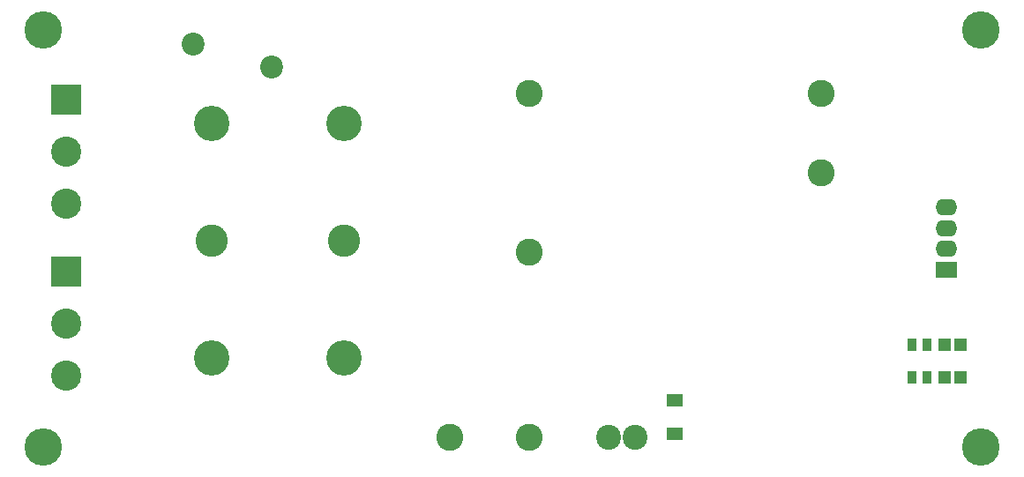
<source format=gts>
G04 #@! TF.FileFunction,Soldermask,Top*
%FSLAX46Y46*%
G04 Gerber Fmt 4.6, Leading zero omitted, Abs format (unit mm)*
G04 Created by KiCad (PCBNEW (2015-12-10 BZR 6367)-product) date Sun 25 Sep 2016 01:16:33 BST*
%MOMM*%
G01*
G04 APERTURE LIST*
%ADD10C,0.100000*%
%ADD11R,1.620000X1.310000*%
%ADD12R,1.197560X1.197560*%
%ADD13C,3.400000*%
%ADD14C,3.100000*%
%ADD15C,2.400000*%
%ADD16C,2.600000*%
%ADD17C,2.900000*%
%ADD18R,2.900000X2.900000*%
%ADD19R,2.099260X1.598880*%
%ADD20O,2.099260X1.598880*%
%ADD21R,0.900000X1.300000*%
%ADD22C,2.200000*%
%ADD23C,3.600000*%
G04 APERTURE END LIST*
D10*
D11*
X105410000Y-80280000D03*
X105410000Y-83550000D03*
D12*
X131330700Y-78105000D03*
X132829300Y-78105000D03*
X131330700Y-74930000D03*
X132829300Y-74930000D03*
D13*
X60960000Y-76200000D03*
X60960000Y-53700000D03*
D14*
X60960000Y-64950000D03*
D13*
X73660000Y-76200000D03*
X73660000Y-53700000D03*
D14*
X73660000Y-64950000D03*
D15*
X101600000Y-83820000D03*
X99060000Y-83820000D03*
D16*
X91440000Y-83820000D03*
X83820000Y-83820000D03*
D17*
X46990000Y-61435000D03*
D18*
X46990000Y-51435000D03*
D17*
X46990000Y-56435000D03*
X46990000Y-77945000D03*
D18*
X46990000Y-67945000D03*
D17*
X46990000Y-72945000D03*
D19*
X131445000Y-67772280D03*
D20*
X131445000Y-63769240D03*
X131445000Y-65770760D03*
X131445000Y-61770260D03*
D21*
X128155000Y-78105000D03*
X129655000Y-78105000D03*
X128155000Y-74930000D03*
X129655000Y-74930000D03*
D16*
X91440000Y-66040000D03*
X91440000Y-50800000D03*
X119440000Y-50800000D03*
X119440000Y-58420000D03*
D22*
X66675000Y-48260000D03*
X59175000Y-46060000D03*
D23*
X44770000Y-44770000D03*
X44770000Y-84770000D03*
X134770000Y-84770000D03*
X134770000Y-44770000D03*
M02*

</source>
